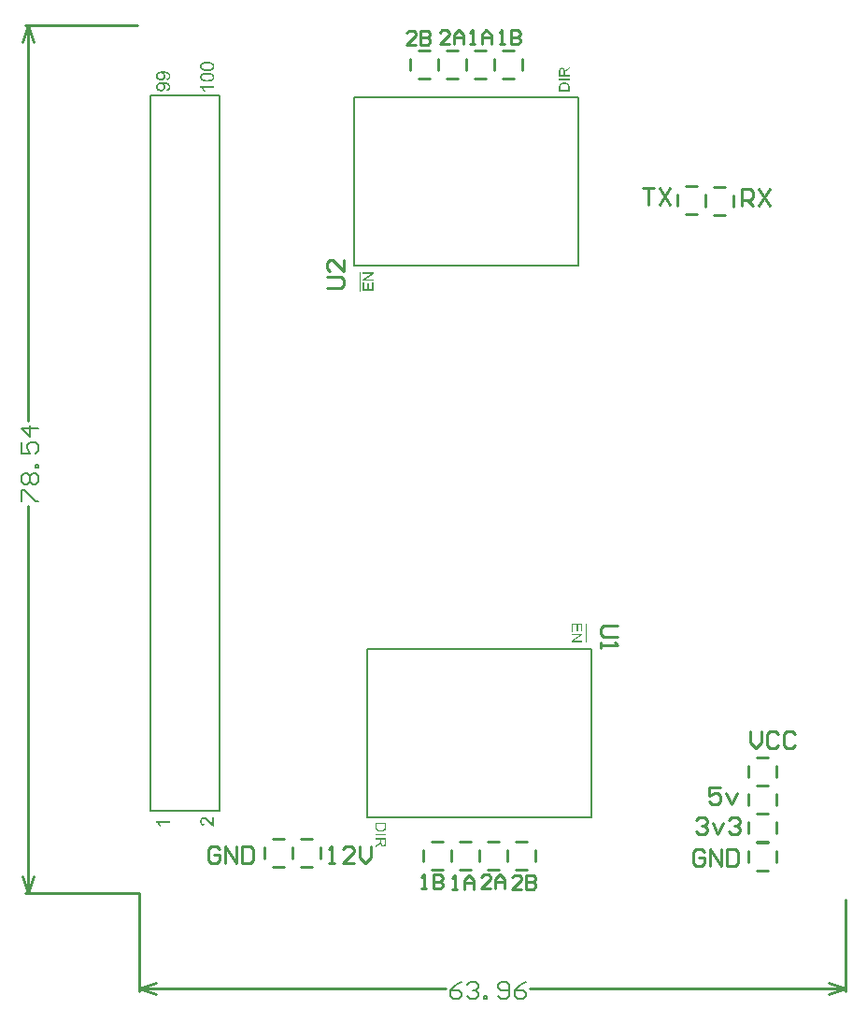
<source format=gto>
G04*
G04 #@! TF.GenerationSoftware,Altium Limited,Altium Designer,19.0.15 (446)*
G04*
G04 Layer_Color=65535*
%FSLAX25Y25*%
%MOIN*%
G70*
G01*
G75*
%ADD10C,0.01000*%
%ADD11C,0.00787*%
%ADD12C,0.00394*%
%ADD13C,0.00787*%
%ADD14C,0.00600*%
G36*
X162900Y230089D02*
X162889D01*
X162862D01*
X162819D01*
X162766Y230095D01*
X162701Y230100D01*
X162631Y230116D01*
X162556Y230132D01*
X162480Y230159D01*
X162475D01*
X162464Y230165D01*
X162448Y230170D01*
X162421Y230181D01*
X162394Y230197D01*
X162357Y230213D01*
X162270Y230256D01*
X162168Y230310D01*
X162055Y230380D01*
X161937Y230461D01*
X161819Y230557D01*
X161813Y230563D01*
X161802Y230568D01*
X161786Y230584D01*
X161759Y230611D01*
X161732Y230638D01*
X161695Y230676D01*
X161652Y230714D01*
X161603Y230762D01*
X161550Y230816D01*
X161496Y230875D01*
X161431Y230939D01*
X161367Y231015D01*
X161297Y231090D01*
X161227Y231176D01*
X161152Y231262D01*
X161071Y231359D01*
X161065Y231370D01*
X161038Y231397D01*
X161006Y231434D01*
X160958Y231488D01*
X160904Y231553D01*
X160839Y231628D01*
X160769Y231714D01*
X160689Y231800D01*
X160522Y231983D01*
X160345Y232161D01*
X160258Y232247D01*
X160172Y232328D01*
X160092Y232397D01*
X160016Y232457D01*
X160011Y232462D01*
X160000Y232467D01*
X159979Y232484D01*
X159952Y232500D01*
X159914Y232526D01*
X159876Y232548D01*
X159780Y232602D01*
X159667Y232656D01*
X159543Y232704D01*
X159414Y232736D01*
X159349Y232742D01*
X159285Y232747D01*
X159279D01*
X159268D01*
X159247D01*
X159225Y232742D01*
X159193D01*
X159155Y232731D01*
X159075Y232715D01*
X158978Y232682D01*
X158876Y232634D01*
X158822Y232607D01*
X158774Y232570D01*
X158725Y232532D01*
X158677Y232484D01*
X158671Y232478D01*
X158666Y232473D01*
X158655Y232457D01*
X158639Y232435D01*
X158617Y232408D01*
X158596Y232376D01*
X158548Y232301D01*
X158504Y232198D01*
X158461Y232085D01*
X158435Y231951D01*
X158424Y231875D01*
Y231757D01*
X158429Y231725D01*
Y231687D01*
X158440Y231644D01*
X158456Y231547D01*
X158488Y231434D01*
X158537Y231316D01*
X158569Y231257D01*
X158601Y231198D01*
X158644Y231144D01*
X158693Y231090D01*
X158698Y231085D01*
X158704Y231079D01*
X158720Y231068D01*
X158741Y231047D01*
X158768Y231031D01*
X158800Y231009D01*
X158838Y230982D01*
X158881Y230961D01*
X158930Y230934D01*
X158983Y230912D01*
X159113Y230870D01*
X159252Y230837D01*
X159333Y230832D01*
X159419Y230826D01*
X159355Y230202D01*
X159344D01*
X159322Y230208D01*
X159290Y230213D01*
X159242Y230219D01*
X159182Y230229D01*
X159113Y230245D01*
X159037Y230261D01*
X158957Y230288D01*
X158876Y230315D01*
X158784Y230348D01*
X158698Y230391D01*
X158612Y230434D01*
X158521Y230487D01*
X158440Y230547D01*
X158359Y230611D01*
X158289Y230687D01*
X158284Y230692D01*
X158273Y230708D01*
X158257Y230730D01*
X158230Y230762D01*
X158203Y230805D01*
X158171Y230859D01*
X158139Y230918D01*
X158101Y230988D01*
X158069Y231063D01*
X158036Y231149D01*
X158004Y231241D01*
X157977Y231343D01*
X157950Y231451D01*
X157934Y231563D01*
X157923Y231687D01*
X157918Y231816D01*
Y231886D01*
X157923Y231935D01*
X157929Y231994D01*
X157940Y232064D01*
X157950Y232144D01*
X157966Y232225D01*
X157988Y232317D01*
X158015Y232408D01*
X158047Y232505D01*
X158085Y232596D01*
X158133Y232693D01*
X158187Y232785D01*
X158246Y232871D01*
X158316Y232951D01*
X158322Y232957D01*
X158332Y232968D01*
X158359Y232989D01*
X158386Y233016D01*
X158424Y233048D01*
X158472Y233086D01*
X158526Y233124D01*
X158591Y233161D01*
X158655Y233199D01*
X158730Y233237D01*
X158811Y233274D01*
X158897Y233307D01*
X158994Y233333D01*
X159091Y233355D01*
X159193Y233366D01*
X159301Y233371D01*
X159306D01*
X159311D01*
X159328D01*
X159349D01*
X159408Y233366D01*
X159484Y233355D01*
X159575Y233339D01*
X159672Y233317D01*
X159780Y233291D01*
X159887Y233247D01*
X159893D01*
X159898Y233242D01*
X159914Y233237D01*
X159936Y233226D01*
X159995Y233194D01*
X160070Y233151D01*
X160162Y233091D01*
X160264Y233021D01*
X160371Y232941D01*
X160490Y232839D01*
X160495Y232833D01*
X160506Y232828D01*
X160522Y232806D01*
X160549Y232785D01*
X160581Y232752D01*
X160619Y232715D01*
X160667Y232672D01*
X160716Y232618D01*
X160775Y232553D01*
X160839Y232484D01*
X160915Y232408D01*
X160990Y232322D01*
X161076Y232231D01*
X161162Y232128D01*
X161259Y232015D01*
X161361Y231897D01*
X161367Y231892D01*
X161383Y231875D01*
X161404Y231843D01*
X161437Y231811D01*
X161474Y231763D01*
X161517Y231714D01*
X161614Y231601D01*
X161716Y231483D01*
X161824Y231370D01*
X161872Y231316D01*
X161916Y231268D01*
X161959Y231225D01*
X161991Y231192D01*
X161996Y231187D01*
X162018Y231165D01*
X162050Y231138D01*
X162093Y231101D01*
X162141Y231058D01*
X162195Y231015D01*
X162314Y230929D01*
Y233377D01*
X162900D01*
Y230089D01*
D02*
G37*
G36*
X147200Y231305D02*
X143321D01*
X143332Y231294D01*
X143359Y231268D01*
X143396Y231219D01*
X143450Y231149D01*
X143515Y231068D01*
X143585Y230966D01*
X143660Y230853D01*
X143741Y230724D01*
Y230719D01*
X143751Y230708D01*
X143762Y230692D01*
X143773Y230665D01*
X143795Y230633D01*
X143811Y230595D01*
X143859Y230509D01*
X143907Y230412D01*
X143961Y230305D01*
X144010Y230192D01*
X144053Y230084D01*
X143466D01*
X143461Y230089D01*
X143456Y230105D01*
X143439Y230132D01*
X143423Y230170D01*
X143402Y230213D01*
X143369Y230267D01*
X143337Y230326D01*
X143305Y230385D01*
X143219Y230525D01*
X143117Y230676D01*
X143009Y230832D01*
X142885Y230977D01*
X142880Y230982D01*
X142869Y230993D01*
X142853Y231015D01*
X142826Y231042D01*
X142794Y231068D01*
X142762Y231106D01*
X142670Y231187D01*
X142573Y231278D01*
X142460Y231370D01*
X142342Y231451D01*
X142218Y231521D01*
Y231913D01*
X147200D01*
Y231305D01*
D02*
G37*
G36*
X160673Y502545D02*
X160753Y502540D01*
X160850Y502534D01*
X160952Y502529D01*
X161065Y502518D01*
X161178Y502508D01*
X161415Y502475D01*
X161646Y502427D01*
X161759Y502400D01*
X161862Y502368D01*
X161867D01*
X161883Y502357D01*
X161916Y502352D01*
X161948Y502335D01*
X161996Y502314D01*
X162045Y502292D01*
X162104Y502266D01*
X162168Y502233D01*
X162303Y502158D01*
X162437Y502066D01*
X162572Y501959D01*
X162631Y501894D01*
X162690Y501830D01*
X162696Y501824D01*
X162701Y501814D01*
X162717Y501792D01*
X162733Y501765D01*
X162755Y501733D01*
X162782Y501690D01*
X162809Y501641D01*
X162835Y501582D01*
X162862Y501523D01*
X162889Y501453D01*
X162911Y501383D01*
X162938Y501302D01*
X162954Y501216D01*
X162970Y501125D01*
X162975Y501033D01*
X162981Y500931D01*
Y500899D01*
X162975Y500861D01*
X162970Y500813D01*
X162965Y500754D01*
X162954Y500684D01*
X162938Y500608D01*
X162916Y500522D01*
X162889Y500436D01*
X162857Y500345D01*
X162814Y500248D01*
X162766Y500156D01*
X162706Y500065D01*
X162636Y499974D01*
X162561Y499888D01*
X162470Y499807D01*
X162464Y499801D01*
X162443Y499785D01*
X162405Y499764D01*
X162351Y499731D01*
X162281Y499694D01*
X162201Y499651D01*
X162098Y499608D01*
X161985Y499565D01*
X161851Y499516D01*
X161706Y499473D01*
X161539Y499430D01*
X161356Y499393D01*
X161157Y499360D01*
X160942Y499339D01*
X160705Y499323D01*
X160452Y499317D01*
X160441D01*
X160414D01*
X160366D01*
X160307Y499323D01*
X160231D01*
X160145Y499328D01*
X160049Y499333D01*
X159946Y499339D01*
X159833Y499349D01*
X159720Y499360D01*
X159484Y499393D01*
X159252Y499436D01*
X159139Y499463D01*
X159037Y499495D01*
X159032D01*
X159016Y499506D01*
X158983Y499516D01*
X158946Y499527D01*
X158903Y499549D01*
X158849Y499570D01*
X158795Y499597D01*
X158730Y499629D01*
X158596Y499705D01*
X158461Y499801D01*
X158327Y499909D01*
X158268Y499968D01*
X158209Y500033D01*
X158203Y500038D01*
X158198Y500049D01*
X158182Y500070D01*
X158166Y500097D01*
X158139Y500130D01*
X158117Y500173D01*
X158090Y500221D01*
X158063Y500280D01*
X158036Y500339D01*
X158010Y500409D01*
X157983Y500485D01*
X157961Y500560D01*
X157945Y500646D01*
X157929Y500738D01*
X157923Y500834D01*
X157918Y500931D01*
Y500996D01*
X157923Y501033D01*
X157929Y501071D01*
X157940Y501168D01*
X157956Y501276D01*
X157988Y501394D01*
X158026Y501512D01*
X158080Y501631D01*
Y501636D01*
X158085Y501647D01*
X158096Y501663D01*
X158112Y501684D01*
X158144Y501738D01*
X158198Y501808D01*
X158262Y501889D01*
X158343Y501970D01*
X158440Y502056D01*
X158548Y502131D01*
X158553D01*
X158564Y502142D01*
X158580Y502147D01*
X158601Y502163D01*
X158628Y502179D01*
X158666Y502201D01*
X158709Y502217D01*
X158752Y502244D01*
X158860Y502292D01*
X158983Y502341D01*
X159129Y502395D01*
X159285Y502438D01*
X159290D01*
X159306Y502443D01*
X159328Y502448D01*
X159365Y502454D01*
X159408Y502464D01*
X159462Y502475D01*
X159521Y502486D01*
X159591Y502497D01*
X159672Y502502D01*
X159758Y502513D01*
X159855Y502524D01*
X159957Y502534D01*
X160070Y502540D01*
X160188Y502545D01*
X160318Y502551D01*
X160452D01*
X160463D01*
X160490D01*
X160538D01*
X160597D01*
X160673Y502545D01*
D02*
G37*
G36*
Y498688D02*
X160753Y498682D01*
X160850Y498677D01*
X160952Y498672D01*
X161065Y498661D01*
X161178Y498650D01*
X161415Y498618D01*
X161646Y498569D01*
X161759Y498542D01*
X161862Y498510D01*
X161867D01*
X161883Y498499D01*
X161916Y498494D01*
X161948Y498478D01*
X161996Y498456D01*
X162045Y498435D01*
X162104Y498408D01*
X162168Y498376D01*
X162303Y498300D01*
X162437Y498209D01*
X162572Y498101D01*
X162631Y498037D01*
X162690Y497972D01*
X162696Y497967D01*
X162701Y497956D01*
X162717Y497935D01*
X162733Y497908D01*
X162755Y497875D01*
X162782Y497832D01*
X162809Y497784D01*
X162835Y497725D01*
X162862Y497666D01*
X162889Y497596D01*
X162911Y497526D01*
X162938Y497445D01*
X162954Y497359D01*
X162970Y497267D01*
X162975Y497176D01*
X162981Y497074D01*
Y497042D01*
X162975Y497004D01*
X162970Y496955D01*
X162965Y496896D01*
X162954Y496826D01*
X162938Y496751D01*
X162916Y496665D01*
X162889Y496579D01*
X162857Y496487D01*
X162814Y496390D01*
X162766Y496299D01*
X162706Y496208D01*
X162636Y496116D01*
X162561Y496030D01*
X162470Y495949D01*
X162464Y495944D01*
X162443Y495928D01*
X162405Y495906D01*
X162351Y495874D01*
X162281Y495836D01*
X162201Y495793D01*
X162098Y495750D01*
X161985Y495707D01*
X161851Y495659D01*
X161706Y495616D01*
X161539Y495573D01*
X161356Y495535D01*
X161157Y495503D01*
X160942Y495481D01*
X160705Y495465D01*
X160452Y495460D01*
X160441D01*
X160414D01*
X160366D01*
X160307Y495465D01*
X160231D01*
X160145Y495471D01*
X160049Y495476D01*
X159946Y495481D01*
X159833Y495492D01*
X159720Y495503D01*
X159484Y495535D01*
X159252Y495578D01*
X159139Y495605D01*
X159037Y495637D01*
X159032D01*
X159016Y495648D01*
X158983Y495659D01*
X158946Y495670D01*
X158903Y495691D01*
X158849Y495713D01*
X158795Y495740D01*
X158730Y495772D01*
X158596Y495847D01*
X158461Y495944D01*
X158327Y496052D01*
X158268Y496111D01*
X158209Y496175D01*
X158203Y496181D01*
X158198Y496192D01*
X158182Y496213D01*
X158166Y496240D01*
X158139Y496272D01*
X158117Y496315D01*
X158090Y496364D01*
X158063Y496423D01*
X158036Y496482D01*
X158010Y496552D01*
X157983Y496627D01*
X157961Y496703D01*
X157945Y496789D01*
X157929Y496880D01*
X157923Y496977D01*
X157918Y497074D01*
Y497138D01*
X157923Y497176D01*
X157929Y497214D01*
X157940Y497310D01*
X157956Y497418D01*
X157988Y497537D01*
X158026Y497655D01*
X158080Y497773D01*
Y497779D01*
X158085Y497789D01*
X158096Y497806D01*
X158112Y497827D01*
X158144Y497881D01*
X158198Y497951D01*
X158262Y498031D01*
X158343Y498112D01*
X158440Y498198D01*
X158548Y498274D01*
X158553D01*
X158564Y498284D01*
X158580Y498290D01*
X158601Y498306D01*
X158628Y498322D01*
X158666Y498344D01*
X158709Y498360D01*
X158752Y498386D01*
X158860Y498435D01*
X158983Y498483D01*
X159129Y498537D01*
X159285Y498580D01*
X159290D01*
X159306Y498586D01*
X159328Y498591D01*
X159365Y498596D01*
X159408Y498607D01*
X159462Y498618D01*
X159521Y498629D01*
X159591Y498639D01*
X159672Y498645D01*
X159758Y498656D01*
X159855Y498666D01*
X159957Y498677D01*
X160070Y498682D01*
X160188Y498688D01*
X160318Y498693D01*
X160452D01*
X160463D01*
X160490D01*
X160538D01*
X160597D01*
X160673Y498688D01*
D02*
G37*
G36*
X162900Y493286D02*
X159021D01*
X159032Y493275D01*
X159059Y493249D01*
X159096Y493200D01*
X159150Y493130D01*
X159215Y493049D01*
X159285Y492947D01*
X159360Y492834D01*
X159441Y492705D01*
Y492700D01*
X159451Y492689D01*
X159462Y492673D01*
X159473Y492646D01*
X159494Y492614D01*
X159511Y492576D01*
X159559Y492490D01*
X159607Y492393D01*
X159661Y492286D01*
X159710Y492173D01*
X159753Y492065D01*
X159166D01*
X159161Y492070D01*
X159155Y492087D01*
X159139Y492113D01*
X159123Y492151D01*
X159102Y492194D01*
X159069Y492248D01*
X159037Y492307D01*
X159005Y492366D01*
X158919Y492506D01*
X158817Y492657D01*
X158709Y492813D01*
X158585Y492958D01*
X158580Y492964D01*
X158569Y492974D01*
X158553Y492996D01*
X158526Y493023D01*
X158494Y493049D01*
X158461Y493087D01*
X158370Y493168D01*
X158273Y493259D01*
X158160Y493351D01*
X158042Y493432D01*
X157918Y493502D01*
Y493894D01*
X162900D01*
Y493286D01*
D02*
G37*
G36*
X144774Y499177D02*
X144854D01*
X144951Y499172D01*
X145053Y499167D01*
X145166Y499156D01*
X145285Y499145D01*
X145408Y499134D01*
X145661Y499097D01*
X145909Y499043D01*
X146022Y499011D01*
X146135Y498973D01*
X146140D01*
X146162Y498962D01*
X146189Y498951D01*
X146226Y498935D01*
X146275Y498914D01*
X146328Y498887D01*
X146388Y498855D01*
X146452Y498822D01*
X146587Y498736D01*
X146732Y498629D01*
X146866Y498505D01*
X146931Y498435D01*
X146990Y498360D01*
X146996Y498354D01*
X147001Y498344D01*
X147017Y498317D01*
X147033Y498290D01*
X147055Y498247D01*
X147082Y498204D01*
X147108Y498150D01*
X147135Y498085D01*
X147162Y498021D01*
X147189Y497945D01*
X147211Y497870D01*
X147238Y497784D01*
X147270Y497601D01*
X147275Y497504D01*
X147281Y497402D01*
Y497348D01*
X147275Y497305D01*
X147270Y497257D01*
X147265Y497197D01*
X147254Y497133D01*
X147238Y497063D01*
X147200Y496912D01*
X147173Y496837D01*
X147146Y496756D01*
X147108Y496676D01*
X147065Y496595D01*
X147017Y496520D01*
X146958Y496450D01*
X146952Y496444D01*
X146942Y496434D01*
X146926Y496417D01*
X146899Y496390D01*
X146866Y496364D01*
X146823Y496331D01*
X146775Y496294D01*
X146721Y496256D01*
X146662Y496218D01*
X146592Y496181D01*
X146517Y496148D01*
X146436Y496111D01*
X146350Y496078D01*
X146258Y496052D01*
X146156Y496030D01*
X146049Y496014D01*
X146000Y496600D01*
X146006D01*
X146016Y496606D01*
X146038D01*
X146070Y496617D01*
X146102Y496622D01*
X146140Y496633D01*
X146232Y496660D01*
X146328Y496697D01*
X146425Y496746D01*
X146517Y496810D01*
X146560Y496842D01*
X146597Y496880D01*
X146603Y496891D01*
X146624Y496918D01*
X146657Y496966D01*
X146689Y497025D01*
X146721Y497106D01*
X146754Y497197D01*
X146775Y497300D01*
X146780Y497418D01*
Y497467D01*
X146775Y497520D01*
X146764Y497585D01*
X146748Y497660D01*
X146727Y497741D01*
X146700Y497827D01*
X146657Y497908D01*
X146651Y497918D01*
X146635Y497945D01*
X146603Y497983D01*
X146565Y498031D01*
X146517Y498085D01*
X146458Y498144D01*
X146388Y498204D01*
X146312Y498257D01*
X146301Y498263D01*
X146275Y498279D01*
X146226Y498306D01*
X146156Y498338D01*
X146076Y498370D01*
X145979Y498408D01*
X145860Y498446D01*
X145731Y498483D01*
X145726D01*
X145715Y498489D01*
X145694Y498494D01*
X145667Y498499D01*
X145634Y498505D01*
X145597Y498510D01*
X145548Y498521D01*
X145500Y498532D01*
X145387Y498548D01*
X145263Y498559D01*
X145129Y498569D01*
X144989Y498575D01*
X144978D01*
X144957D01*
X144919D01*
X144870D01*
X144876Y498564D01*
X144892Y498559D01*
X144913Y498542D01*
X144967Y498499D01*
X145032Y498446D01*
X145107Y498370D01*
X145188Y498284D01*
X145263Y498187D01*
X145338Y498074D01*
Y498069D01*
X145344Y498058D01*
X145355Y498042D01*
X145365Y498021D01*
X145382Y497988D01*
X145392Y497956D01*
X145425Y497870D01*
X145462Y497768D01*
X145489Y497649D01*
X145511Y497520D01*
X145516Y497386D01*
Y497359D01*
X145511Y497327D01*
Y497284D01*
X145500Y497230D01*
X145494Y497171D01*
X145478Y497101D01*
X145462Y497025D01*
X145435Y496945D01*
X145408Y496864D01*
X145371Y496778D01*
X145328Y496692D01*
X145279Y496600D01*
X145220Y496514D01*
X145150Y496428D01*
X145075Y496348D01*
X145070Y496342D01*
X145053Y496331D01*
X145027Y496310D01*
X144994Y496283D01*
X144951Y496251D01*
X144897Y496213D01*
X144833Y496175D01*
X144757Y496138D01*
X144682Y496095D01*
X144591Y496057D01*
X144494Y496019D01*
X144392Y495987D01*
X144279Y495960D01*
X144155Y495939D01*
X144031Y495928D01*
X143897Y495923D01*
X143886D01*
X143864D01*
X143821Y495928D01*
X143773D01*
X143708Y495939D01*
X143633Y495944D01*
X143552Y495960D01*
X143461Y495976D01*
X143369Y496003D01*
X143267Y496030D01*
X143165Y496068D01*
X143068Y496111D01*
X142966Y496159D01*
X142864Y496218D01*
X142772Y496288D01*
X142681Y496364D01*
X142675Y496369D01*
X142659Y496385D01*
X142638Y496412D01*
X142611Y496444D01*
X142573Y496487D01*
X142535Y496541D01*
X142492Y496600D01*
X142449Y496670D01*
X142406Y496746D01*
X142363Y496832D01*
X142326Y496923D01*
X142288Y497020D01*
X142261Y497128D01*
X142240Y497241D01*
X142224Y497354D01*
X142218Y497477D01*
Y497526D01*
X142224Y497558D01*
Y497601D01*
X142234Y497649D01*
X142240Y497709D01*
X142250Y497768D01*
X142283Y497908D01*
X142331Y498053D01*
X142358Y498128D01*
X142396Y498209D01*
X142433Y498284D01*
X142482Y498360D01*
X142487Y498365D01*
X142492Y498376D01*
X142509Y498397D01*
X142530Y498424D01*
X142557Y498462D01*
X142589Y498499D01*
X142627Y498542D01*
X142670Y498586D01*
X142719Y498634D01*
X142778Y498688D01*
X142837Y498736D01*
X142901Y498790D01*
X142977Y498838D01*
X143052Y498887D01*
X143138Y498930D01*
X143224Y498973D01*
X143230D01*
X143246Y498984D01*
X143273Y498994D01*
X143316Y499005D01*
X143364Y499021D01*
X143423Y499038D01*
X143493Y499059D01*
X143579Y499081D01*
X143671Y499097D01*
X143773Y499118D01*
X143891Y499134D01*
X144015Y499151D01*
X144149Y499161D01*
X144295Y499172D01*
X144451Y499183D01*
X144618D01*
X144628D01*
X144661D01*
X144709D01*
X144774Y499177D01*
D02*
G37*
G36*
Y495320D02*
X144854D01*
X144951Y495315D01*
X145053Y495309D01*
X145166Y495298D01*
X145285Y495288D01*
X145408Y495277D01*
X145661Y495239D01*
X145909Y495185D01*
X146022Y495153D01*
X146135Y495116D01*
X146140D01*
X146162Y495105D01*
X146189Y495094D01*
X146226Y495078D01*
X146275Y495056D01*
X146328Y495029D01*
X146388Y494997D01*
X146452Y494965D01*
X146587Y494879D01*
X146732Y494771D01*
X146866Y494647D01*
X146931Y494578D01*
X146990Y494502D01*
X146996Y494497D01*
X147001Y494486D01*
X147017Y494459D01*
X147033Y494432D01*
X147055Y494389D01*
X147082Y494346D01*
X147108Y494292D01*
X147135Y494228D01*
X147162Y494163D01*
X147189Y494088D01*
X147211Y494013D01*
X147238Y493926D01*
X147270Y493744D01*
X147275Y493647D01*
X147281Y493544D01*
Y493491D01*
X147275Y493448D01*
X147270Y493399D01*
X147265Y493340D01*
X147254Y493275D01*
X147238Y493206D01*
X147200Y493055D01*
X147173Y492980D01*
X147146Y492899D01*
X147108Y492818D01*
X147065Y492737D01*
X147017Y492662D01*
X146958Y492592D01*
X146952Y492587D01*
X146942Y492576D01*
X146926Y492560D01*
X146899Y492533D01*
X146866Y492506D01*
X146823Y492474D01*
X146775Y492436D01*
X146721Y492399D01*
X146662Y492361D01*
X146592Y492323D01*
X146517Y492291D01*
X146436Y492253D01*
X146350Y492221D01*
X146258Y492194D01*
X146156Y492173D01*
X146049Y492157D01*
X146000Y492743D01*
X146006D01*
X146016Y492748D01*
X146038D01*
X146070Y492759D01*
X146102Y492764D01*
X146140Y492775D01*
X146232Y492802D01*
X146328Y492840D01*
X146425Y492888D01*
X146517Y492953D01*
X146560Y492985D01*
X146597Y493023D01*
X146603Y493033D01*
X146624Y493060D01*
X146657Y493109D01*
X146689Y493168D01*
X146721Y493249D01*
X146754Y493340D01*
X146775Y493442D01*
X146780Y493561D01*
Y493609D01*
X146775Y493663D01*
X146764Y493727D01*
X146748Y493803D01*
X146727Y493883D01*
X146700Y493969D01*
X146657Y494050D01*
X146651Y494061D01*
X146635Y494088D01*
X146603Y494126D01*
X146565Y494174D01*
X146517Y494228D01*
X146458Y494287D01*
X146388Y494346D01*
X146312Y494400D01*
X146301Y494405D01*
X146275Y494421D01*
X146226Y494448D01*
X146156Y494481D01*
X146076Y494513D01*
X145979Y494551D01*
X145860Y494588D01*
X145731Y494626D01*
X145726D01*
X145715Y494631D01*
X145694Y494637D01*
X145667Y494642D01*
X145634Y494647D01*
X145597Y494653D01*
X145548Y494663D01*
X145500Y494674D01*
X145387Y494690D01*
X145263Y494701D01*
X145129Y494712D01*
X144989Y494717D01*
X144978D01*
X144957D01*
X144919D01*
X144870D01*
X144876Y494707D01*
X144892Y494701D01*
X144913Y494685D01*
X144967Y494642D01*
X145032Y494588D01*
X145107Y494513D01*
X145188Y494427D01*
X145263Y494330D01*
X145338Y494217D01*
Y494212D01*
X145344Y494201D01*
X145355Y494185D01*
X145365Y494163D01*
X145382Y494131D01*
X145392Y494099D01*
X145425Y494013D01*
X145462Y493910D01*
X145489Y493792D01*
X145511Y493663D01*
X145516Y493528D01*
Y493502D01*
X145511Y493469D01*
Y493426D01*
X145500Y493372D01*
X145494Y493313D01*
X145478Y493243D01*
X145462Y493168D01*
X145435Y493087D01*
X145408Y493007D01*
X145371Y492920D01*
X145328Y492834D01*
X145279Y492743D01*
X145220Y492657D01*
X145150Y492571D01*
X145075Y492490D01*
X145070Y492485D01*
X145053Y492474D01*
X145027Y492452D01*
X144994Y492425D01*
X144951Y492393D01*
X144897Y492355D01*
X144833Y492318D01*
X144757Y492280D01*
X144682Y492237D01*
X144591Y492200D01*
X144494Y492162D01*
X144392Y492130D01*
X144279Y492103D01*
X144155Y492081D01*
X144031Y492070D01*
X143897Y492065D01*
X143886D01*
X143864D01*
X143821Y492070D01*
X143773D01*
X143708Y492081D01*
X143633Y492087D01*
X143552Y492103D01*
X143461Y492119D01*
X143369Y492146D01*
X143267Y492173D01*
X143165Y492210D01*
X143068Y492253D01*
X142966Y492302D01*
X142864Y492361D01*
X142772Y492431D01*
X142681Y492506D01*
X142675Y492512D01*
X142659Y492528D01*
X142638Y492555D01*
X142611Y492587D01*
X142573Y492630D01*
X142535Y492684D01*
X142492Y492743D01*
X142449Y492813D01*
X142406Y492888D01*
X142363Y492974D01*
X142326Y493066D01*
X142288Y493162D01*
X142261Y493270D01*
X142240Y493383D01*
X142224Y493496D01*
X142218Y493620D01*
Y493668D01*
X142224Y493701D01*
Y493744D01*
X142234Y493792D01*
X142240Y493851D01*
X142250Y493910D01*
X142283Y494050D01*
X142331Y494196D01*
X142358Y494271D01*
X142396Y494351D01*
X142433Y494427D01*
X142482Y494502D01*
X142487Y494508D01*
X142492Y494518D01*
X142509Y494540D01*
X142530Y494567D01*
X142557Y494604D01*
X142589Y494642D01*
X142627Y494685D01*
X142670Y494728D01*
X142719Y494776D01*
X142778Y494830D01*
X142837Y494879D01*
X142901Y494933D01*
X142977Y494981D01*
X143052Y495029D01*
X143138Y495072D01*
X143224Y495116D01*
X143230D01*
X143246Y495126D01*
X143273Y495137D01*
X143316Y495148D01*
X143364Y495164D01*
X143423Y495180D01*
X143493Y495201D01*
X143579Y495223D01*
X143671Y495239D01*
X143773Y495261D01*
X143891Y495277D01*
X144015Y495293D01*
X144149Y495304D01*
X144295Y495315D01*
X144451Y495325D01*
X144618D01*
X144628D01*
X144661D01*
X144709D01*
X144774Y495320D01*
D02*
G37*
G36*
X289800Y500112D02*
X289001Y499605D01*
X288997Y499600D01*
X288985Y499596D01*
X288968Y499584D01*
X288943Y499567D01*
X288914Y499550D01*
X288881Y499525D01*
X288806Y499475D01*
X288718Y499417D01*
X288631Y499359D01*
X288548Y499297D01*
X288473Y499238D01*
X288469D01*
X288465Y499230D01*
X288444Y499213D01*
X288411Y499189D01*
X288373Y499151D01*
X288332Y499114D01*
X288290Y499068D01*
X288248Y499022D01*
X288219Y498981D01*
X288215Y498976D01*
X288207Y498960D01*
X288194Y498939D01*
X288178Y498910D01*
X288161Y498872D01*
X288144Y498835D01*
X288128Y498793D01*
X288115Y498747D01*
Y498743D01*
X288111Y498731D01*
X288107Y498710D01*
X288103Y498681D01*
Y498639D01*
X288099Y498589D01*
X288094Y498531D01*
Y497878D01*
X289800D01*
Y497371D01*
X285960D01*
Y499155D01*
X285964Y499201D01*
Y499247D01*
X285969Y499301D01*
X285973Y499363D01*
X285985Y499488D01*
X286006Y499617D01*
X286031Y499742D01*
X286048Y499796D01*
X286064Y499850D01*
Y499854D01*
X286069Y499862D01*
X286077Y499875D01*
X286085Y499896D01*
X286110Y499946D01*
X286147Y500004D01*
X286197Y500075D01*
X286264Y500145D01*
X286339Y500216D01*
X286430Y500278D01*
X286435D01*
X286443Y500287D01*
X286455Y500295D01*
X286476Y500303D01*
X286501Y500316D01*
X286530Y500328D01*
X286563Y500345D01*
X286601Y500362D01*
X286688Y500391D01*
X286784Y500416D01*
X286892Y500432D01*
X287009Y500441D01*
X287013D01*
X287025D01*
X287050D01*
X287075Y500436D01*
X287113Y500432D01*
X287154Y500428D01*
X287200Y500420D01*
X287250Y500407D01*
X287358Y500374D01*
X287416Y500353D01*
X287475Y500328D01*
X287533Y500299D01*
X287591Y500262D01*
X287645Y500220D01*
X287699Y500174D01*
X287703Y500170D01*
X287712Y500162D01*
X287724Y500145D01*
X287745Y500125D01*
X287766Y500095D01*
X287791Y500062D01*
X287820Y500021D01*
X287849Y499971D01*
X287878Y499917D01*
X287907Y499858D01*
X287936Y499792D01*
X287965Y499717D01*
X287990Y499638D01*
X288015Y499550D01*
X288036Y499455D01*
X288053Y499355D01*
Y499359D01*
X288057Y499363D01*
X288069Y499388D01*
X288090Y499426D01*
X288115Y499471D01*
X288144Y499521D01*
X288173Y499571D01*
X288211Y499621D01*
X288244Y499663D01*
X288248Y499667D01*
X288252Y499671D01*
X288265Y499684D01*
X288282Y499700D01*
X288302Y499721D01*
X288327Y499746D01*
X288386Y499800D01*
X288460Y499862D01*
X288548Y499933D01*
X288648Y500008D01*
X288756Y500083D01*
X289800Y500748D01*
Y500112D01*
D02*
G37*
G36*
Y495960D02*
X285960D01*
Y496468D01*
X289800D01*
Y495960D01*
D02*
G37*
G36*
X287974Y495170D02*
X288019D01*
X288069Y495166D01*
X288123Y495162D01*
X288244Y495149D01*
X288373Y495128D01*
X288506Y495103D01*
X288639Y495070D01*
X288644D01*
X288656Y495066D01*
X288673Y495058D01*
X288693Y495053D01*
X288723Y495041D01*
X288756Y495028D01*
X288835Y494999D01*
X288922Y494962D01*
X289018Y494916D01*
X289109Y494866D01*
X289197Y494808D01*
X289201D01*
X289205Y494800D01*
X289218Y494791D01*
X289234Y494779D01*
X289272Y494750D01*
X289322Y494704D01*
X289380Y494654D01*
X289438Y494596D01*
X289492Y494529D01*
X289546Y494459D01*
Y494454D01*
X289550Y494450D01*
X289567Y494425D01*
X289588Y494384D01*
X289617Y494330D01*
X289646Y494263D01*
X289679Y494184D01*
X289708Y494093D01*
X289738Y493997D01*
Y493993D01*
X289742Y493984D01*
Y493972D01*
X289746Y493951D01*
X289750Y493926D01*
X289758Y493893D01*
X289763Y493859D01*
X289767Y493822D01*
X289779Y493731D01*
X289792Y493627D01*
X289796Y493510D01*
X289800Y493385D01*
Y492000D01*
X285960D01*
Y493431D01*
X285964Y493473D01*
Y493523D01*
X285969Y493573D01*
X285973Y493685D01*
X285985Y493797D01*
X285998Y493909D01*
X286010Y493959D01*
X286019Y494005D01*
Y494009D01*
X286023Y494022D01*
X286027Y494038D01*
X286035Y494059D01*
X286044Y494088D01*
X286052Y494122D01*
X286081Y494201D01*
X286118Y494288D01*
X286164Y494380D01*
X286222Y494475D01*
X286293Y494567D01*
X286297Y494571D01*
X286306Y494579D01*
X286318Y494596D01*
X286339Y494617D01*
X286364Y494642D01*
X286397Y494671D01*
X286430Y494704D01*
X286472Y494737D01*
X286518Y494775D01*
X286568Y494812D01*
X286622Y494850D01*
X286680Y494887D01*
X286809Y494958D01*
X286950Y495020D01*
X286955D01*
X286967Y495028D01*
X286992Y495033D01*
X287021Y495045D01*
X287059Y495058D01*
X287104Y495070D01*
X287154Y495083D01*
X287212Y495099D01*
X287279Y495112D01*
X287350Y495124D01*
X287425Y495137D01*
X287504Y495149D01*
X287587Y495162D01*
X287674Y495166D01*
X287861Y495174D01*
X287866D01*
X287882D01*
X287903D01*
X287936D01*
X287974Y495170D01*
D02*
G37*
G36*
X219800Y427061D02*
X216788Y425048D01*
X219800D01*
Y424561D01*
X215960D01*
Y425081D01*
X218976Y427099D01*
X215960D01*
Y427585D01*
X219800D01*
Y427061D01*
D02*
G37*
G36*
Y421000D02*
X215960D01*
Y423779D01*
X216414D01*
Y421508D01*
X217587D01*
Y423633D01*
X218040D01*
Y421508D01*
X219347D01*
Y423866D01*
X219800D01*
Y421000D01*
D02*
G37*
G36*
X224340Y229869D02*
X224336Y229827D01*
Y229777D01*
X224331Y229728D01*
X224327Y229615D01*
X224315Y229503D01*
X224302Y229391D01*
X224290Y229341D01*
X224281Y229295D01*
Y229291D01*
X224277Y229278D01*
X224273Y229262D01*
X224265Y229241D01*
X224256Y229212D01*
X224248Y229178D01*
X224219Y229099D01*
X224182Y229012D01*
X224136Y228921D01*
X224078Y228825D01*
X224007Y228733D01*
X224003Y228729D01*
X223994Y228721D01*
X223982Y228704D01*
X223961Y228683D01*
X223936Y228658D01*
X223903Y228629D01*
X223870Y228596D01*
X223828Y228563D01*
X223782Y228525D01*
X223732Y228488D01*
X223678Y228450D01*
X223620Y228413D01*
X223491Y228342D01*
X223350Y228280D01*
X223345D01*
X223333Y228272D01*
X223308Y228267D01*
X223279Y228255D01*
X223241Y228242D01*
X223196Y228230D01*
X223146Y228217D01*
X223088Y228201D01*
X223021Y228188D01*
X222950Y228176D01*
X222875Y228163D01*
X222796Y228151D01*
X222713Y228138D01*
X222626Y228134D01*
X222439Y228126D01*
X222434D01*
X222418D01*
X222397D01*
X222364D01*
X222326Y228130D01*
X222281D01*
X222231Y228134D01*
X222177Y228138D01*
X222056Y228151D01*
X221927Y228172D01*
X221794Y228197D01*
X221661Y228230D01*
X221656D01*
X221644Y228234D01*
X221627Y228242D01*
X221607Y228247D01*
X221577Y228259D01*
X221544Y228272D01*
X221465Y228301D01*
X221378Y228338D01*
X221282Y228384D01*
X221191Y228434D01*
X221103Y228492D01*
X221099D01*
X221095Y228500D01*
X221082Y228509D01*
X221066Y228521D01*
X221028Y228550D01*
X220978Y228596D01*
X220920Y228646D01*
X220862Y228704D01*
X220808Y228771D01*
X220754Y228841D01*
Y228846D01*
X220750Y228850D01*
X220733Y228875D01*
X220712Y228916D01*
X220683Y228970D01*
X220654Y229037D01*
X220621Y229116D01*
X220591Y229207D01*
X220562Y229303D01*
Y229307D01*
X220558Y229316D01*
Y229328D01*
X220554Y229349D01*
X220550Y229374D01*
X220542Y229407D01*
X220537Y229440D01*
X220533Y229478D01*
X220521Y229569D01*
X220508Y229673D01*
X220504Y229790D01*
X220500Y229915D01*
Y231300D01*
X224340D01*
Y229869D01*
D02*
G37*
G36*
Y226832D02*
X220500D01*
Y227340D01*
X224340D01*
Y226832D01*
D02*
G37*
G36*
Y224145D02*
X224336Y224099D01*
Y224053D01*
X224331Y223999D01*
X224327Y223937D01*
X224315Y223812D01*
X224294Y223683D01*
X224269Y223558D01*
X224252Y223504D01*
X224236Y223450D01*
Y223446D01*
X224232Y223438D01*
X224223Y223425D01*
X224215Y223404D01*
X224190Y223354D01*
X224152Y223296D01*
X224103Y223225D01*
X224036Y223155D01*
X223961Y223084D01*
X223870Y223022D01*
X223865D01*
X223857Y223013D01*
X223845Y223005D01*
X223824Y222997D01*
X223799Y222984D01*
X223770Y222972D01*
X223737Y222955D01*
X223699Y222938D01*
X223612Y222909D01*
X223516Y222884D01*
X223408Y222868D01*
X223291Y222859D01*
X223287D01*
X223275D01*
X223250D01*
X223225Y222864D01*
X223187Y222868D01*
X223146Y222872D01*
X223100Y222880D01*
X223050Y222893D01*
X222942Y222926D01*
X222884Y222947D01*
X222825Y222972D01*
X222767Y223001D01*
X222709Y223038D01*
X222655Y223080D01*
X222601Y223126D01*
X222597Y223130D01*
X222588Y223138D01*
X222576Y223155D01*
X222555Y223176D01*
X222534Y223205D01*
X222509Y223238D01*
X222480Y223280D01*
X222451Y223329D01*
X222422Y223383D01*
X222393Y223442D01*
X222364Y223508D01*
X222335Y223583D01*
X222310Y223662D01*
X222285Y223750D01*
X222264Y223845D01*
X222247Y223945D01*
Y223941D01*
X222243Y223937D01*
X222231Y223912D01*
X222210Y223874D01*
X222185Y223829D01*
X222156Y223779D01*
X222127Y223729D01*
X222089Y223679D01*
X222056Y223637D01*
X222052Y223633D01*
X222047Y223629D01*
X222035Y223617D01*
X222018Y223600D01*
X221998Y223579D01*
X221973Y223554D01*
X221914Y223500D01*
X221839Y223438D01*
X221752Y223367D01*
X221652Y223292D01*
X221544Y223217D01*
X220500Y222551D01*
Y223188D01*
X221299Y223695D01*
X221303Y223700D01*
X221315Y223704D01*
X221332Y223716D01*
X221357Y223733D01*
X221386Y223750D01*
X221419Y223775D01*
X221494Y223825D01*
X221582Y223883D01*
X221669Y223941D01*
X221752Y224003D01*
X221827Y224062D01*
X221831D01*
X221835Y224070D01*
X221856Y224087D01*
X221889Y224112D01*
X221927Y224149D01*
X221969Y224186D01*
X222010Y224232D01*
X222052Y224278D01*
X222081Y224320D01*
X222085Y224324D01*
X222093Y224340D01*
X222106Y224361D01*
X222122Y224390D01*
X222139Y224428D01*
X222156Y224465D01*
X222172Y224507D01*
X222185Y224552D01*
Y224557D01*
X222189Y224569D01*
X222193Y224590D01*
X222197Y224619D01*
Y224661D01*
X222201Y224711D01*
X222206Y224769D01*
Y225422D01*
X220500D01*
Y225929D01*
X224340D01*
Y224145D01*
D02*
G37*
G36*
X294340Y299521D02*
X293886D01*
Y301793D01*
X292713D01*
Y299667D01*
X292260D01*
Y301793D01*
X290953D01*
Y299434D01*
X290500D01*
Y302300D01*
X294340D01*
Y299521D01*
D02*
G37*
G36*
Y298219D02*
X291324Y296201D01*
X294340D01*
Y295715D01*
X290500D01*
Y296239D01*
X293512Y298252D01*
X290500D01*
Y298739D01*
X294340D01*
Y298219D01*
D02*
G37*
%LPC*%
G36*
X160452Y501927D02*
X160447D01*
X160436D01*
X160420D01*
X160398D01*
X160371D01*
X160339D01*
X160253Y501921D01*
X160156Y501916D01*
X160043Y501910D01*
X159920Y501905D01*
X159790Y501889D01*
X159516Y501857D01*
X159381Y501830D01*
X159252Y501803D01*
X159129Y501770D01*
X159010Y501733D01*
X158913Y501690D01*
X158827Y501636D01*
X158822Y501631D01*
X158811Y501625D01*
X158790Y501609D01*
X158763Y501588D01*
X158736Y501555D01*
X158698Y501523D01*
X158661Y501485D01*
X158623Y501442D01*
X158553Y501340D01*
X158488Y501216D01*
X158461Y501152D01*
X158440Y501077D01*
X158429Y501007D01*
X158424Y500926D01*
Y500888D01*
X158429Y500856D01*
X158435Y500824D01*
X158440Y500781D01*
X158467Y500684D01*
X158510Y500576D01*
X158537Y500522D01*
X158574Y500463D01*
X158612Y500409D01*
X158661Y500356D01*
X158714Y500302D01*
X158779Y500253D01*
X158784Y500248D01*
X158800Y500243D01*
X158827Y500226D01*
X158870Y500205D01*
X158924Y500183D01*
X158989Y500156D01*
X159064Y500124D01*
X159161Y500097D01*
X159268Y500070D01*
X159387Y500038D01*
X159527Y500011D01*
X159677Y499990D01*
X159844Y499968D01*
X160032Y499958D01*
X160231Y499947D01*
X160452Y499941D01*
X160458D01*
X160468D01*
X160484D01*
X160506D01*
X160533D01*
X160571D01*
X160651Y499947D01*
X160748Y499952D01*
X160861Y499958D01*
X160985Y499963D01*
X161114Y499979D01*
X161388Y500011D01*
X161523Y500033D01*
X161657Y500060D01*
X161781Y500092D01*
X161894Y500135D01*
X161996Y500178D01*
X162082Y500226D01*
X162088Y500232D01*
X162098Y500237D01*
X162120Y500253D01*
X162147Y500280D01*
X162174Y500307D01*
X162206Y500339D01*
X162281Y500420D01*
X162357Y500522D01*
X162416Y500646D01*
X162443Y500711D01*
X162464Y500781D01*
X162475Y500856D01*
X162480Y500931D01*
Y500947D01*
X162475Y500974D01*
Y501001D01*
X162470Y501039D01*
X162459Y501082D01*
X162432Y501179D01*
X162410Y501232D01*
X162383Y501286D01*
X162351Y501345D01*
X162308Y501405D01*
X162265Y501464D01*
X162211Y501523D01*
X162147Y501582D01*
X162077Y501636D01*
X162072Y501641D01*
X162055Y501647D01*
X162034Y501663D01*
X161996Y501679D01*
X161948Y501706D01*
X161883Y501727D01*
X161808Y501754D01*
X161722Y501781D01*
X161620Y501808D01*
X161501Y501835D01*
X161372Y501862D01*
X161221Y501884D01*
X161055Y501900D01*
X160872Y501916D01*
X160673Y501921D01*
X160452Y501927D01*
D02*
G37*
G36*
Y498069D02*
X160447D01*
X160436D01*
X160420D01*
X160398D01*
X160371D01*
X160339D01*
X160253Y498064D01*
X160156Y498058D01*
X160043Y498053D01*
X159920Y498048D01*
X159790Y498031D01*
X159516Y497999D01*
X159381Y497972D01*
X159252Y497945D01*
X159129Y497913D01*
X159010Y497875D01*
X158913Y497832D01*
X158827Y497779D01*
X158822Y497773D01*
X158811Y497768D01*
X158790Y497752D01*
X158763Y497730D01*
X158736Y497698D01*
X158698Y497666D01*
X158661Y497628D01*
X158623Y497585D01*
X158553Y497483D01*
X158488Y497359D01*
X158461Y497294D01*
X158440Y497219D01*
X158429Y497149D01*
X158424Y497068D01*
Y497031D01*
X158429Y496999D01*
X158435Y496966D01*
X158440Y496923D01*
X158467Y496826D01*
X158510Y496719D01*
X158537Y496665D01*
X158574Y496606D01*
X158612Y496552D01*
X158661Y496498D01*
X158714Y496444D01*
X158779Y496396D01*
X158784Y496390D01*
X158800Y496385D01*
X158827Y496369D01*
X158870Y496348D01*
X158924Y496326D01*
X158989Y496299D01*
X159064Y496267D01*
X159161Y496240D01*
X159268Y496213D01*
X159387Y496181D01*
X159527Y496154D01*
X159677Y496132D01*
X159844Y496111D01*
X160032Y496100D01*
X160231Y496089D01*
X160452Y496084D01*
X160458D01*
X160468D01*
X160484D01*
X160506D01*
X160533D01*
X160571D01*
X160651Y496089D01*
X160748Y496095D01*
X160861Y496100D01*
X160985Y496105D01*
X161114Y496122D01*
X161388Y496154D01*
X161523Y496175D01*
X161657Y496202D01*
X161781Y496235D01*
X161894Y496278D01*
X161996Y496321D01*
X162082Y496369D01*
X162088Y496374D01*
X162098Y496380D01*
X162120Y496396D01*
X162147Y496423D01*
X162174Y496450D01*
X162206Y496482D01*
X162281Y496563D01*
X162357Y496665D01*
X162416Y496789D01*
X162443Y496853D01*
X162464Y496923D01*
X162475Y496999D01*
X162480Y497074D01*
Y497090D01*
X162475Y497117D01*
Y497144D01*
X162470Y497181D01*
X162459Y497224D01*
X162432Y497321D01*
X162410Y497375D01*
X162383Y497429D01*
X162351Y497488D01*
X162308Y497547D01*
X162265Y497606D01*
X162211Y497666D01*
X162147Y497725D01*
X162077Y497779D01*
X162072Y497784D01*
X162055Y497789D01*
X162034Y497806D01*
X161996Y497822D01*
X161948Y497849D01*
X161883Y497870D01*
X161808Y497897D01*
X161722Y497924D01*
X161620Y497951D01*
X161501Y497978D01*
X161372Y498004D01*
X161221Y498026D01*
X161055Y498042D01*
X160872Y498058D01*
X160673Y498064D01*
X160452Y498069D01*
D02*
G37*
G36*
X143864Y498505D02*
X143859D01*
X143843D01*
X143816D01*
X143778Y498499D01*
X143735Y498494D01*
X143682Y498489D01*
X143628Y498483D01*
X143563Y498473D01*
X143434Y498435D01*
X143294Y498386D01*
X143224Y498354D01*
X143160Y498317D01*
X143095Y498274D01*
X143036Y498225D01*
X143031Y498220D01*
X143020Y498214D01*
X143009Y498198D01*
X142988Y498177D01*
X142966Y498150D01*
X142939Y498117D01*
X142880Y498037D01*
X142821Y497940D01*
X142772Y497822D01*
X142751Y497762D01*
X142735Y497692D01*
X142729Y497622D01*
X142724Y497553D01*
Y497515D01*
X142729Y497483D01*
X142735Y497450D01*
X142740Y497407D01*
X142767Y497310D01*
X142805Y497197D01*
X142831Y497138D01*
X142864Y497079D01*
X142901Y497020D01*
X142950Y496961D01*
X142998Y496902D01*
X143057Y496842D01*
X143063Y496837D01*
X143073Y496832D01*
X143090Y496815D01*
X143117Y496794D01*
X143149Y496772D01*
X143192Y496751D01*
X143235Y496724D01*
X143289Y496697D01*
X143348Y496665D01*
X143412Y496638D01*
X143482Y496617D01*
X143563Y496595D01*
X143730Y496557D01*
X143821Y496552D01*
X143918Y496547D01*
X143924D01*
X143940D01*
X143961D01*
X143999Y496552D01*
X144037Y496557D01*
X144085Y496563D01*
X144193Y496584D01*
X144316Y496617D01*
X144440Y496665D01*
X144505Y496697D01*
X144569Y496735D01*
X144628Y496778D01*
X144687Y496826D01*
X144693Y496832D01*
X144698Y496837D01*
X144714Y496853D01*
X144731Y496880D01*
X144752Y496907D01*
X144779Y496939D01*
X144806Y496977D01*
X144833Y497020D01*
X144887Y497128D01*
X144935Y497246D01*
X144967Y497386D01*
X144973Y497461D01*
X144978Y497537D01*
Y497579D01*
X144973Y497606D01*
X144967Y497644D01*
X144962Y497682D01*
X144940Y497779D01*
X144908Y497892D01*
X144854Y498004D01*
X144822Y498064D01*
X144784Y498123D01*
X144736Y498177D01*
X144687Y498231D01*
X144682Y498236D01*
X144671Y498241D01*
X144655Y498257D01*
X144634Y498274D01*
X144602Y498295D01*
X144564Y498317D01*
X144521Y498344D01*
X144472Y498370D01*
X144419Y498392D01*
X144354Y498419D01*
X144289Y498440D01*
X144214Y498462D01*
X144133Y498478D01*
X144053Y498494D01*
X143961Y498499D01*
X143864Y498505D01*
D02*
G37*
G36*
Y494647D02*
X143859D01*
X143843D01*
X143816D01*
X143778Y494642D01*
X143735Y494637D01*
X143682Y494631D01*
X143628Y494626D01*
X143563Y494615D01*
X143434Y494578D01*
X143294Y494529D01*
X143224Y494497D01*
X143160Y494459D01*
X143095Y494416D01*
X143036Y494368D01*
X143031Y494362D01*
X143020Y494357D01*
X143009Y494341D01*
X142988Y494319D01*
X142966Y494292D01*
X142939Y494260D01*
X142880Y494179D01*
X142821Y494082D01*
X142772Y493964D01*
X142751Y493905D01*
X142735Y493835D01*
X142729Y493765D01*
X142724Y493695D01*
Y493657D01*
X142729Y493625D01*
X142735Y493593D01*
X142740Y493550D01*
X142767Y493453D01*
X142805Y493340D01*
X142831Y493281D01*
X142864Y493222D01*
X142901Y493162D01*
X142950Y493103D01*
X142998Y493044D01*
X143057Y492985D01*
X143063Y492980D01*
X143073Y492974D01*
X143090Y492958D01*
X143117Y492937D01*
X143149Y492915D01*
X143192Y492894D01*
X143235Y492867D01*
X143289Y492840D01*
X143348Y492807D01*
X143412Y492780D01*
X143482Y492759D01*
X143563Y492737D01*
X143730Y492700D01*
X143821Y492695D01*
X143918Y492689D01*
X143924D01*
X143940D01*
X143961D01*
X143999Y492695D01*
X144037Y492700D01*
X144085Y492705D01*
X144193Y492727D01*
X144316Y492759D01*
X144440Y492807D01*
X144505Y492840D01*
X144569Y492877D01*
X144628Y492920D01*
X144687Y492969D01*
X144693Y492974D01*
X144698Y492980D01*
X144714Y492996D01*
X144731Y493023D01*
X144752Y493049D01*
X144779Y493082D01*
X144806Y493119D01*
X144833Y493162D01*
X144887Y493270D01*
X144935Y493389D01*
X144967Y493528D01*
X144973Y493604D01*
X144978Y493679D01*
Y493722D01*
X144973Y493749D01*
X144967Y493787D01*
X144962Y493824D01*
X144940Y493921D01*
X144908Y494034D01*
X144854Y494147D01*
X144822Y494206D01*
X144784Y494265D01*
X144736Y494319D01*
X144687Y494373D01*
X144682Y494378D01*
X144671Y494384D01*
X144655Y494400D01*
X144634Y494416D01*
X144602Y494438D01*
X144564Y494459D01*
X144521Y494486D01*
X144472Y494513D01*
X144419Y494534D01*
X144354Y494561D01*
X144289Y494583D01*
X144214Y494604D01*
X144133Y494621D01*
X144053Y494637D01*
X143961Y494642D01*
X143864Y494647D01*
D02*
G37*
G36*
X287009Y499917D02*
X287004D01*
X286996D01*
X286984D01*
X286963Y499912D01*
X286942D01*
X286913Y499908D01*
X286851Y499892D01*
X286780Y499867D01*
X286705Y499833D01*
X286634Y499783D01*
X286597Y499750D01*
X286563Y499717D01*
X286559Y499713D01*
X286555Y499709D01*
X286547Y499696D01*
X286534Y499679D01*
X286522Y499659D01*
X286505Y499629D01*
X286489Y499600D01*
X286472Y499563D01*
X286455Y499521D01*
X286443Y499475D01*
X286426Y499426D01*
X286414Y499371D01*
X286401Y499309D01*
X286393Y499243D01*
X286385Y499172D01*
Y497878D01*
X287653D01*
Y499026D01*
X287649Y499055D01*
Y499089D01*
X287645Y499168D01*
X287637Y499255D01*
X287624Y499347D01*
X287608Y499434D01*
X287583Y499513D01*
Y499517D01*
X287579Y499521D01*
X287570Y499546D01*
X287554Y499579D01*
X287529Y499625D01*
X287495Y499671D01*
X287458Y499721D01*
X287408Y499771D01*
X287354Y499813D01*
X287346Y499817D01*
X287325Y499829D01*
X287296Y499846D01*
X287250Y499867D01*
X287200Y499883D01*
X287142Y499900D01*
X287075Y499912D01*
X287009Y499917D01*
D02*
G37*
G36*
X287853Y494650D02*
X287845D01*
X287828D01*
X287795D01*
X287753Y494646D01*
X287703D01*
X287645Y494642D01*
X287583Y494633D01*
X287512Y494625D01*
X287362Y494600D01*
X287208Y494567D01*
X287063Y494517D01*
X286992Y494484D01*
X286930Y494450D01*
X286925Y494446D01*
X286917Y494442D01*
X286900Y494429D01*
X286876Y494413D01*
X286851Y494396D01*
X286821Y494371D01*
X286755Y494317D01*
X286680Y494246D01*
X286609Y494163D01*
X286543Y494072D01*
X286518Y494022D01*
X286493Y493968D01*
Y493963D01*
X286489Y493959D01*
X286485Y493947D01*
X286480Y493930D01*
X286476Y493905D01*
X286468Y493880D01*
X286459Y493847D01*
X286451Y493810D01*
X286447Y493768D01*
X286439Y493718D01*
X286430Y493664D01*
X286426Y493606D01*
X286422Y493539D01*
X286418Y493469D01*
X286414Y493394D01*
Y492508D01*
X289347D01*
Y493389D01*
X289342Y493423D01*
Y493460D01*
X289338Y493543D01*
X289330Y493639D01*
X289317Y493739D01*
X289301Y493835D01*
X289280Y493922D01*
Y493926D01*
X289276Y493930D01*
X289272Y493943D01*
X289267Y493959D01*
X289251Y493997D01*
X289230Y494047D01*
X289201Y494101D01*
X289168Y494159D01*
X289126Y494217D01*
X289080Y494267D01*
X289076Y494271D01*
X289072Y494276D01*
X289047Y494296D01*
X289005Y494330D01*
X288951Y494371D01*
X288881Y494413D01*
X288797Y494459D01*
X288702Y494504D01*
X288594Y494546D01*
X288589D01*
X288581Y494550D01*
X288564Y494554D01*
X288540Y494563D01*
X288510Y494571D01*
X288473Y494579D01*
X288431Y494588D01*
X288386Y494600D01*
X288336Y494608D01*
X288277Y494617D01*
X288219Y494625D01*
X288153Y494633D01*
X288011Y494646D01*
X287853Y494650D01*
D02*
G37*
G36*
X223886Y230792D02*
X220953D01*
Y229911D01*
X220958Y229877D01*
Y229840D01*
X220962Y229757D01*
X220970Y229661D01*
X220983Y229561D01*
X220999Y229465D01*
X221020Y229378D01*
Y229374D01*
X221024Y229370D01*
X221028Y229357D01*
X221033Y229341D01*
X221049Y229303D01*
X221070Y229253D01*
X221099Y229199D01*
X221132Y229141D01*
X221174Y229083D01*
X221220Y229033D01*
X221224Y229029D01*
X221228Y229025D01*
X221253Y229004D01*
X221295Y228970D01*
X221349Y228929D01*
X221419Y228887D01*
X221503Y228841D01*
X221598Y228796D01*
X221706Y228754D01*
X221711D01*
X221719Y228750D01*
X221736Y228746D01*
X221761Y228737D01*
X221790Y228729D01*
X221827Y228721D01*
X221869Y228713D01*
X221914Y228700D01*
X221964Y228692D01*
X222023Y228683D01*
X222081Y228675D01*
X222147Y228667D01*
X222289Y228654D01*
X222447Y228650D01*
X222455D01*
X222472D01*
X222505D01*
X222547Y228654D01*
X222597D01*
X222655Y228658D01*
X222717Y228667D01*
X222788Y228675D01*
X222938Y228700D01*
X223092Y228733D01*
X223237Y228783D01*
X223308Y228817D01*
X223370Y228850D01*
X223375Y228854D01*
X223383Y228858D01*
X223399Y228871D01*
X223425Y228887D01*
X223449Y228904D01*
X223479Y228929D01*
X223545Y228983D01*
X223620Y229054D01*
X223691Y229137D01*
X223757Y229228D01*
X223782Y229278D01*
X223807Y229332D01*
Y229337D01*
X223811Y229341D01*
X223815Y229353D01*
X223820Y229370D01*
X223824Y229395D01*
X223832Y229420D01*
X223840Y229453D01*
X223849Y229490D01*
X223853Y229532D01*
X223861Y229582D01*
X223870Y229636D01*
X223874Y229694D01*
X223878Y229761D01*
X223882Y229832D01*
X223886Y229906D01*
Y230792D01*
D02*
G37*
G36*
X223915Y225422D02*
X222647D01*
Y224274D01*
X222651Y224245D01*
Y224211D01*
X222655Y224132D01*
X222663Y224045D01*
X222676Y223953D01*
X222692Y223866D01*
X222717Y223787D01*
Y223783D01*
X222721Y223779D01*
X222730Y223754D01*
X222746Y223721D01*
X222771Y223675D01*
X222805Y223629D01*
X222842Y223579D01*
X222892Y223529D01*
X222946Y223487D01*
X222954Y223483D01*
X222975Y223471D01*
X223004Y223454D01*
X223050Y223433D01*
X223100Y223417D01*
X223158Y223400D01*
X223225Y223388D01*
X223291Y223383D01*
X223295D01*
X223304D01*
X223316D01*
X223337Y223388D01*
X223358D01*
X223387Y223392D01*
X223449Y223409D01*
X223520Y223433D01*
X223595Y223467D01*
X223666Y223517D01*
X223703Y223550D01*
X223737Y223583D01*
X223741Y223587D01*
X223745Y223591D01*
X223753Y223604D01*
X223766Y223621D01*
X223778Y223641D01*
X223795Y223671D01*
X223811Y223700D01*
X223828Y223737D01*
X223845Y223779D01*
X223857Y223825D01*
X223874Y223874D01*
X223886Y223928D01*
X223899Y223991D01*
X223907Y224057D01*
X223915Y224128D01*
Y225422D01*
D02*
G37*
%LPD*%
D10*
X136300Y171200D02*
Y206400D01*
X388100Y171200D02*
Y204100D01*
X136300Y172200D02*
X245504D01*
X275696D02*
X388100D01*
X136300D02*
X142300Y170200D01*
X136300Y172200D02*
X142300Y174200D01*
X382100D02*
X388100Y172200D01*
X382100Y170200D02*
X388100Y172200D01*
X95600Y515600D02*
X135600D01*
X95600Y206400D02*
X136300D01*
X96600Y374496D02*
Y515600D01*
Y206400D02*
Y344304D01*
X94600Y509600D02*
X96600Y515600D01*
X98600Y509600D01*
X96600Y206400D02*
X98600Y212400D01*
X94600D02*
X96600Y206400D01*
X191000Y218500D02*
Y222500D01*
X194000Y215500D02*
X198000D01*
X201000Y218500D02*
Y222500D01*
X194000Y225500D02*
X198000D01*
X184000D02*
X188000D01*
X181000Y218500D02*
Y222500D01*
X184000Y215500D02*
X188000D01*
X191000Y218500D02*
Y222500D01*
X356600Y234500D02*
X360600D01*
X363600Y237500D02*
Y241500D01*
X356600Y244500D02*
X360600D01*
X353600Y237500D02*
Y241500D01*
Y247500D02*
Y251500D01*
X356600Y244500D02*
X360600D01*
X363600Y247500D02*
Y251500D01*
X356600Y254500D02*
X360600D01*
X356600Y224500D02*
X360600D01*
X363600Y227500D02*
Y231500D01*
X356600Y234500D02*
X360600D01*
X353600Y227500D02*
Y231500D01*
X356600Y214400D02*
X360600D01*
X363600Y217400D02*
Y221400D01*
X356600Y224400D02*
X360600D01*
X353600Y217400D02*
Y221400D01*
X328200Y451400D02*
Y455400D01*
X331200Y448400D02*
X335200D01*
X338200Y451400D02*
Y455400D01*
X331200Y458400D02*
X335200D01*
X265800Y496600D02*
X269800D01*
X272800Y499600D02*
Y503600D01*
X265800Y506600D02*
X269800D01*
X262800Y499600D02*
Y503600D01*
X338200Y451100D02*
Y455100D01*
X341200Y448100D02*
X345200D01*
X348200Y451100D02*
Y455100D01*
X341200Y458100D02*
X345200D01*
X255800Y496600D02*
X259800D01*
X262800Y499600D02*
Y503600D01*
X255800Y506600D02*
X259800D01*
X252800Y499600D02*
Y503600D01*
X245800Y496600D02*
X249800D01*
X252800Y499600D02*
Y503600D01*
X245800Y506600D02*
X249800D01*
X242800Y499600D02*
Y503600D01*
X235800Y496600D02*
X239800D01*
X242800Y499600D02*
Y503600D01*
X235800Y506600D02*
X239800D01*
X232800Y499600D02*
Y503600D01*
X247500Y217700D02*
Y221700D01*
X240500Y224700D02*
X244500D01*
X237500Y217700D02*
Y221700D01*
X240500Y214700D02*
X244500D01*
X257500Y217700D02*
Y221700D01*
X250500Y224700D02*
X254500D01*
X247500Y217700D02*
Y221700D01*
X250500Y214700D02*
X254500D01*
X260500Y224700D02*
X264500D01*
X257500Y217700D02*
Y221700D01*
X260500Y214700D02*
X264500D01*
X267500Y217700D02*
Y221700D01*
X270500Y224700D02*
X274500D01*
X267500Y217700D02*
Y221700D01*
X270500Y214700D02*
X274500D01*
X277500Y217700D02*
Y221700D01*
X334700Y232398D02*
X335700Y233398D01*
X337699D01*
X338699Y232398D01*
Y231399D01*
X337699Y230399D01*
X336699D01*
X337699D01*
X338699Y229399D01*
Y228400D01*
X337699Y227400D01*
X335700D01*
X334700Y228400D01*
X340698Y231399D02*
X342697Y227400D01*
X344697Y231399D01*
X346696Y232398D02*
X347696Y233398D01*
X349695D01*
X350695Y232398D01*
Y231399D01*
X349695Y230399D01*
X348695D01*
X349695D01*
X350695Y229399D01*
Y228400D01*
X349695Y227400D01*
X347696D01*
X346696Y228400D01*
X204000Y217100D02*
X205999D01*
X205000D01*
Y223098D01*
X204000Y222098D01*
X212997Y217100D02*
X208998D01*
X212997Y221099D01*
Y222098D01*
X211997Y223098D01*
X209998D01*
X208998Y222098D01*
X214996Y223098D02*
Y219099D01*
X216996Y217100D01*
X218995Y219099D01*
Y223098D01*
X164999Y222098D02*
X163999Y223098D01*
X162000D01*
X161000Y222098D01*
Y218100D01*
X162000Y217100D01*
X163999D01*
X164999Y218100D01*
Y220099D01*
X162999D01*
X166998Y217100D02*
Y223098D01*
X170997Y217100D01*
Y223098D01*
X172996D02*
Y217100D01*
X175995D01*
X176995Y218100D01*
Y222098D01*
X175995Y223098D01*
X172996D01*
X343599Y244098D02*
X339600D01*
Y241099D01*
X341599Y242099D01*
X342599D01*
X343599Y241099D01*
Y239100D01*
X342599Y238100D01*
X340600D01*
X339600Y239100D01*
X345598Y242099D02*
X347597Y238100D01*
X349597Y242099D01*
X354050Y263948D02*
Y259949D01*
X356049Y257950D01*
X358049Y259949D01*
Y263948D01*
X364047Y262948D02*
X363047Y263948D01*
X361048D01*
X360048Y262948D01*
Y258950D01*
X361048Y257950D01*
X363047D01*
X364047Y258950D01*
X370045Y262948D02*
X369045Y263948D01*
X367046D01*
X366046Y262948D01*
Y258950D01*
X367046Y257950D01*
X369045D01*
X370045Y258950D01*
X337799Y220798D02*
X336799Y221798D01*
X334800D01*
X333800Y220798D01*
Y216800D01*
X334800Y215800D01*
X336799D01*
X337799Y216800D01*
Y218799D01*
X335799D01*
X339798Y215800D02*
Y221798D01*
X343797Y215800D01*
Y221798D01*
X345796D02*
Y215800D01*
X348795D01*
X349795Y216800D01*
Y220798D01*
X348795Y221798D01*
X345796D01*
X315700Y457498D02*
X319699D01*
X317699D01*
Y451500D01*
X321698Y457498D02*
X325697Y451500D01*
Y457498D02*
X321698Y451500D01*
X264700Y508800D02*
X266366D01*
X265533D01*
Y513798D01*
X264700Y512965D01*
X268865Y513798D02*
Y508800D01*
X271364D01*
X272198Y509633D01*
Y510466D01*
X271364Y511299D01*
X268865D01*
X271364D01*
X272198Y512132D01*
Y512965D01*
X271364Y513798D01*
X268865D01*
X351300Y451200D02*
Y457198D01*
X354299D01*
X355299Y456198D01*
Y454199D01*
X354299Y453199D01*
X351300D01*
X353299D02*
X355299Y451200D01*
X357298Y457198D02*
X361297Y451200D01*
Y457198D02*
X357298Y451200D01*
X254200Y508800D02*
X255866D01*
X255033D01*
Y513798D01*
X254200Y512965D01*
X258365Y508800D02*
Y512132D01*
X260031Y513798D01*
X261698Y512132D01*
Y508800D01*
Y511299D01*
X258365D01*
X246732Y508800D02*
X243400D01*
X246732Y512132D01*
Y512965D01*
X245899Y513798D01*
X244233D01*
X243400Y512965D01*
X248398Y508800D02*
Y512132D01*
X250064Y513798D01*
X251731Y512132D01*
Y508800D01*
Y511299D01*
X248398D01*
X234932Y508700D02*
X231600D01*
X234932Y512032D01*
Y512865D01*
X234099Y513698D01*
X232433D01*
X231600Y512865D01*
X236598Y513698D02*
Y508700D01*
X239098D01*
X239931Y509533D01*
Y510366D01*
X239098Y511199D01*
X236598D01*
X239098D01*
X239931Y512032D01*
Y512865D01*
X239098Y513698D01*
X236598D01*
X237000Y207900D02*
X238666D01*
X237833D01*
Y212898D01*
X237000Y212065D01*
X241165Y212898D02*
Y207900D01*
X243665D01*
X244498Y208733D01*
Y209566D01*
X243665Y210399D01*
X241165D01*
X243665D01*
X244498Y211232D01*
Y212065D01*
X243665Y212898D01*
X241165D01*
X247900Y207500D02*
X249566D01*
X248733D01*
Y212498D01*
X247900Y211665D01*
X252065Y207500D02*
Y210832D01*
X253731Y212498D01*
X255398Y210832D01*
Y207500D01*
Y209999D01*
X252065D01*
X261532Y207800D02*
X258200D01*
X261532Y211132D01*
Y211965D01*
X260699Y212798D01*
X259033D01*
X258200Y211965D01*
X263198Y207800D02*
Y211132D01*
X264864Y212798D01*
X266531Y211132D01*
Y207800D01*
Y210299D01*
X263198D01*
X272532Y207700D02*
X269200D01*
X272532Y211032D01*
Y211865D01*
X271699Y212698D01*
X270033D01*
X269200Y211865D01*
X274198Y212698D02*
Y207700D01*
X276698D01*
X277531Y208533D01*
Y209366D01*
X276698Y210199D01*
X274198D01*
X276698D01*
X277531Y211032D01*
Y211865D01*
X276698Y212698D01*
X274198D01*
X203352Y421850D02*
X208350D01*
X209350Y422850D01*
Y424849D01*
X208350Y425849D01*
X203352D01*
X209350Y431847D02*
Y427848D01*
X205351Y431847D01*
X204352D01*
X203352Y430847D01*
Y428848D01*
X204352Y427848D01*
X306948Y301450D02*
X301950D01*
X300950Y300450D01*
Y298451D01*
X301950Y297451D01*
X306948D01*
X300950Y295452D02*
Y293453D01*
Y294452D01*
X306948D01*
X305948Y295452D01*
D11*
X140267Y235478D02*
X164833D01*
Y490722D01*
X140267D02*
X164833D01*
X140267Y235478D02*
Y490722D01*
D12*
X214800Y421000D02*
Y427500D01*
X295500Y295800D02*
Y302300D01*
D13*
X212839Y430079D02*
Y489921D01*
Y430079D02*
X292761D01*
X212839Y489921D02*
X292761D01*
Y430079D02*
Y489921D01*
X297461Y233379D02*
Y293221D01*
X217539D02*
X297461D01*
X217539Y233379D02*
X297461D01*
X217539D02*
Y293221D01*
D14*
X251103Y174599D02*
X249104Y173599D01*
X247104Y171600D01*
Y169601D01*
X248104Y168601D01*
X250103D01*
X251103Y169601D01*
Y170600D01*
X250103Y171600D01*
X247104D01*
X253102Y173599D02*
X254102Y174599D01*
X256101D01*
X257101Y173599D01*
Y172600D01*
X256101Y171600D01*
X255102D01*
X256101D01*
X257101Y170600D01*
Y169601D01*
X256101Y168601D01*
X254102D01*
X253102Y169601D01*
X259101Y168601D02*
Y169601D01*
X260100D01*
Y168601D01*
X259101D01*
X264099Y169601D02*
X265099Y168601D01*
X267098D01*
X268098Y169601D01*
Y173599D01*
X267098Y174599D01*
X265099D01*
X264099Y173599D01*
Y172600D01*
X265099Y171600D01*
X268098D01*
X274096Y174599D02*
X272096Y173599D01*
X270097Y171600D01*
Y169601D01*
X271097Y168601D01*
X273096D01*
X274096Y169601D01*
Y170600D01*
X273096Y171600D01*
X270097D01*
X94201Y345904D02*
Y349903D01*
X95201D01*
X99199Y345904D01*
X100199D01*
X95201Y351902D02*
X94201Y352902D01*
Y354902D01*
X95201Y355901D01*
X96200D01*
X97200Y354902D01*
X98200Y355901D01*
X99199D01*
X100199Y354902D01*
Y352902D01*
X99199Y351902D01*
X98200D01*
X97200Y352902D01*
X96200Y351902D01*
X95201D01*
X97200Y352902D02*
Y354902D01*
X100199Y357901D02*
X99199D01*
Y358900D01*
X100199D01*
Y357901D01*
X94201Y366898D02*
Y362899D01*
X97200D01*
X96200Y364898D01*
Y365898D01*
X97200Y366898D01*
X99199D01*
X100199Y365898D01*
Y363898D01*
X99199Y362899D01*
X100199Y371896D02*
X94201D01*
X97200Y368897D01*
Y372896D01*
M02*

</source>
